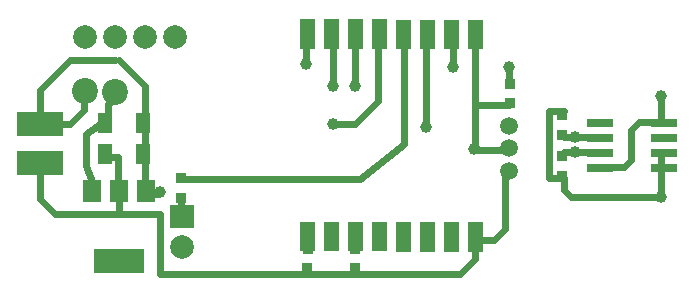
<source format=gbr>
%FSLAX34Y34*%
%MOMM*%
%LNCOPPER_TOP*%
G71*
G01*
%ADD10R, 1.50X1.90*%
%ADD11R, 4.20X2.10*%
%ADD12C, 2.20*%
%ADD13R, 4.00X2.00*%
%ADD14C, 0.60*%
%ADD15R, 1.30X1.80*%
%ADD16R, 0.90X0.90*%
%ADD17C, 1.50*%
%ADD18C, 1.00*%
%ADD19C, 2.00*%
%ADD20C, 2.00*%
%ADD21R, 2.20X0.70*%
%LPD*%
X108726Y22125D02*
G54D10*
D03*
X85726Y22225D02*
G54D10*
D03*
X62726Y22225D02*
G54D10*
D03*
X85626Y-36475D02*
G54D11*
D03*
G36*
X393600Y167281D02*
X393600Y142281D01*
X381100Y142281D01*
X381100Y167281D01*
X393600Y167281D01*
G37*
G36*
X332879Y167281D02*
X332879Y142281D01*
X320379Y142281D01*
X320379Y167281D01*
X332879Y167281D01*
G37*
G36*
X373360Y167281D02*
X373360Y142281D01*
X360860Y142281D01*
X360860Y167281D01*
X373360Y167281D01*
G37*
G36*
X312638Y167678D02*
X312638Y142678D01*
X300138Y142678D01*
X300138Y167678D01*
X312638Y167678D01*
G37*
G36*
X353119Y167281D02*
X353119Y142281D01*
X340619Y142281D01*
X340619Y167281D01*
X353119Y167281D01*
G37*
G36*
X312638Y167678D02*
X312638Y142678D01*
X300138Y142678D01*
X300138Y167678D01*
X312638Y167678D01*
G37*
G36*
X251916Y167678D02*
X251916Y142678D01*
X239416Y142678D01*
X239416Y167678D01*
X251916Y167678D01*
G37*
G36*
X292397Y167678D02*
X292397Y142678D01*
X279897Y142678D01*
X279897Y167678D01*
X292397Y167678D01*
G37*
G36*
X272156Y167678D02*
X272156Y142678D01*
X259656Y142678D01*
X259656Y167678D01*
X272156Y167678D01*
G37*
G36*
X393600Y-4169D02*
X393600Y-29169D01*
X381100Y-29169D01*
X381100Y-4169D01*
X393600Y-4169D01*
G37*
G36*
X332878Y-4169D02*
X332878Y-29169D01*
X320378Y-29169D01*
X320378Y-4169D01*
X332878Y-4169D01*
G37*
G36*
X373359Y-4169D02*
X373359Y-29169D01*
X360859Y-29169D01*
X360859Y-4169D01*
X373359Y-4169D01*
G37*
G36*
X312637Y-3772D02*
X312637Y-28772D01*
X300137Y-28772D01*
X300137Y-3772D01*
X312637Y-3772D01*
G37*
G36*
X353119Y-4169D02*
X353119Y-29169D01*
X340619Y-29169D01*
X340619Y-4169D01*
X353119Y-4169D01*
G37*
G36*
X312637Y-3772D02*
X312637Y-28772D01*
X300137Y-28772D01*
X300137Y-3772D01*
X312637Y-3772D01*
G37*
G36*
X251916Y-3772D02*
X251916Y-28772D01*
X239416Y-28772D01*
X239416Y-3772D01*
X251916Y-3772D01*
G37*
G36*
X292397Y-3772D02*
X292397Y-28772D01*
X279897Y-28772D01*
X279897Y-3772D01*
X292397Y-3772D01*
G37*
G36*
X272156Y-3772D02*
X272156Y-28772D01*
X259656Y-28772D01*
X259656Y-3772D01*
X272156Y-3772D01*
G37*
X57155Y107161D02*
G54D12*
D03*
X82555Y106368D02*
G54D12*
D03*
X19050Y79375D02*
G54D13*
D03*
X19050Y46275D02*
G54D13*
D03*
G54D14*
X19050Y79375D02*
X19050Y107950D01*
X44450Y133350D01*
X82550Y133350D01*
G54D14*
X85725Y133350D02*
X107950Y111125D01*
X107950Y28575D01*
G54D14*
X85725Y104775D02*
X76200Y96044D01*
X76200Y84138D01*
X57944Y70644D01*
X57944Y43656D01*
X63500Y28575D01*
X73819Y80169D02*
G54D15*
D03*
X106319Y80269D02*
G54D15*
D03*
G54D14*
X85725Y28575D02*
X85725Y3175D01*
X120650Y3175D01*
X120650Y-47625D01*
X374650Y-47625D01*
X387350Y-34925D01*
X387350Y-15875D01*
X73819Y53975D02*
G54D15*
D03*
X106319Y54075D02*
G54D15*
D03*
G54D14*
X75406Y51594D02*
X84931Y51594D01*
X84931Y28575D01*
G54D14*
X95250Y3175D02*
X31750Y3175D01*
X19050Y15875D01*
X19050Y41275D01*
X285762Y-26430D02*
G54D16*
D03*
X285662Y-43130D02*
G54D16*
D03*
X245438Y-26430D02*
G54D16*
D03*
X245338Y-43130D02*
G54D16*
D03*
X415925Y76999D02*
G54D17*
D03*
X415925Y58742D02*
G54D17*
D03*
X415925Y39692D02*
G54D17*
D03*
G54D14*
X387350Y-19050D02*
X403225Y-19050D01*
X412750Y-9525D01*
X412750Y38100D01*
G54D14*
X387350Y152400D02*
X387350Y60325D01*
X390525Y57150D01*
X412750Y57150D01*
X416888Y113270D02*
G54D16*
D03*
X416788Y96570D02*
G54D16*
D03*
X266705Y79375D02*
G54D18*
D03*
X368305Y127000D02*
G54D18*
D03*
G54D14*
X368300Y127000D02*
X368300Y152400D01*
X415930Y127000D02*
G54D18*
D03*
G54D14*
X415925Y127000D02*
X415925Y114300D01*
G54D14*
X415925Y95250D02*
X387350Y95250D01*
X346080Y76200D02*
G54D18*
D03*
G54D14*
X346075Y149225D02*
X346075Y76200D01*
X285755Y111125D02*
G54D18*
D03*
G54D14*
X285750Y155575D02*
X285750Y111125D01*
G54D14*
X304800Y155575D02*
X304800Y111125D01*
G54D14*
X34925Y79375D02*
X44450Y79375D01*
X56356Y91281D01*
X56356Y107156D01*
X57168Y152382D02*
G54D19*
D03*
X82568Y152382D02*
G54D19*
D03*
X107968Y152382D02*
G54D19*
D03*
X133368Y152382D02*
G54D19*
D03*
X244480Y130175D02*
G54D18*
D03*
X266705Y111125D02*
G54D18*
D03*
G54D14*
X266700Y149225D02*
X266700Y111125D01*
G54D14*
X244475Y152400D02*
X244475Y130175D01*
G54D14*
X327025Y144462D02*
X327025Y61912D01*
X290238Y32381D01*
X137319Y32544D01*
X138281Y33101D02*
G54D16*
D03*
X138181Y16401D02*
G54D16*
D03*
G36*
X148924Y-9224D02*
X128924Y-9224D01*
X128924Y10776D01*
X148924Y10776D01*
X148924Y-9224D01*
G37*
X138924Y-24624D02*
G54D20*
D03*
G54D14*
X138112Y15081D02*
X138906Y-1588D01*
X546917Y41570D02*
G54D21*
D03*
X546917Y54270D02*
G54D21*
D03*
X546917Y66970D02*
G54D21*
D03*
X546917Y79670D02*
G54D21*
D03*
X492917Y79670D02*
G54D21*
D03*
X492917Y66970D02*
G54D21*
D03*
X492917Y54270D02*
G54D21*
D03*
X492917Y41570D02*
G54D21*
D03*
G54D14*
X544750Y53675D02*
X544750Y18750D01*
X544755Y17162D02*
G54D18*
D03*
X544755Y102888D02*
G54D18*
D03*
G54D14*
X544750Y102888D02*
X544750Y80662D01*
G54D14*
X503475Y42562D02*
X513000Y42562D01*
X519350Y48912D01*
X519350Y74312D01*
X525700Y80662D01*
X538400Y80662D01*
X461030Y35250D02*
G54D16*
D03*
X461130Y51950D02*
G54D16*
D03*
X461030Y70175D02*
G54D16*
D03*
X461130Y86875D02*
G54D16*
D03*
G54D14*
X462200Y67962D02*
X484425Y67962D01*
G54D14*
X462200Y55262D02*
X484425Y55262D01*
X471730Y67962D02*
G54D18*
D03*
X471730Y55262D02*
G54D18*
D03*
G54D14*
X462200Y90188D02*
X449500Y90188D01*
X449500Y33038D01*
X462200Y33038D01*
X462200Y23512D01*
X468550Y17162D01*
X544750Y17162D01*
G54D14*
X304800Y111125D02*
X304800Y98425D01*
X285750Y79375D01*
X266700Y79375D01*
X120755Y21125D02*
G54D18*
D03*
G54D14*
X110000Y20000D02*
X120000Y20000D01*
X386549Y57712D02*
G54D18*
D03*
M02*

</source>
